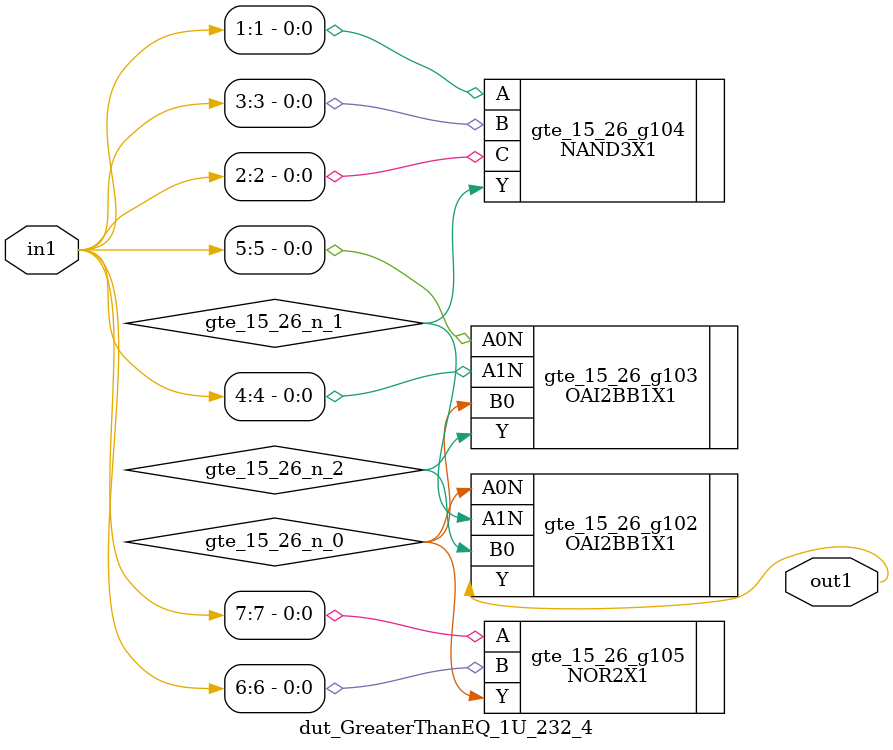
<source format=v>
`timescale 1ps / 1ps


module dut_GreaterThanEQ_1U_232_4(in1, out1);
  input [7:0] in1;
  output out1;
  wire [7:0] in1;
  wire out1;
  wire gte_15_26_n_0, gte_15_26_n_1, gte_15_26_n_2;
  OAI2BB1X1 gte_15_26_g102(.A0N (gte_15_26_n_0), .A1N (gte_15_26_n_1),
       .B0 (gte_15_26_n_2), .Y (out1));
  OAI2BB1X1 gte_15_26_g103(.A0N (in1[5]), .A1N (in1[4]), .B0
       (gte_15_26_n_0), .Y (gte_15_26_n_2));
  NAND3X1 gte_15_26_g104(.A (in1[1]), .B (in1[3]), .C (in1[2]), .Y
       (gte_15_26_n_1));
  NOR2X1 gte_15_26_g105(.A (in1[7]), .B (in1[6]), .Y (gte_15_26_n_0));
endmodule



</source>
